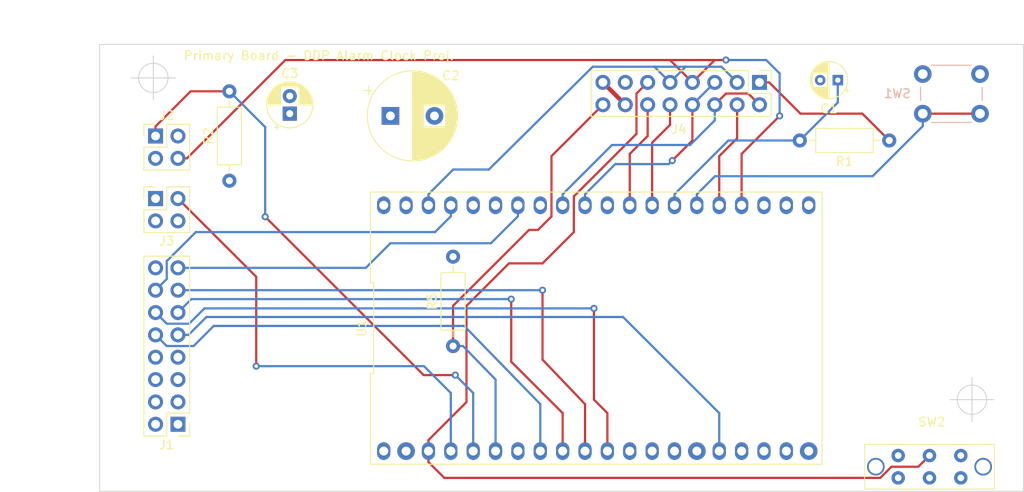
<source format=kicad_pcb>
(kicad_pcb (version 20171130) (host pcbnew "(5.1.5)-3")
  (layers (0 F.Cu signal) (1 Power power) (2 GND power) (31 B.Cu signal) (34 B.Paste user) (35 F.Paste user) (36 B.SilkS user) (37 F.SilkS user) (38 B.Mask user) (39 F.Mask user) (44 Edge.Cuts user))
  (net 0 "")
  (net 1 /T_IRQ)
  (net 2 GND)
  (net 3 +5V)
  (net 4 +3V3)
  (net 5 /LED_CTRL)
  (net 6 /AUDIO_SD)
  (net 7 /AUDIO_DIN)
  (net 8 /AUDIO_LRC)
  (net 9 /AUDIO_BCLK)
  (net 10 /I2C_SCL)
  (net 11 /I2C_SDA)
  (net 12 /SNOOZE_SWITCH)
  (net 13 /DIMMING)
  (net 14 /VOLUME_SIG)
  (net 15 /LIGHT_SENSE)
  (net 16 /CS)
  (net 17 /RESET)
  (net 18 /DC)
  (net 19 /MOSI)
  (net 20 /SCK)
  (net 21 /MISO)
  (net 22 /T_CS)
  (net 23 "Net-(SW1-Pad1)")
  (net 24 "Net-(SW2-Pad1)")
  (net 25 "Net-(U1-Pad0)")
  (net 26 "Net-(U1-Pad35)")
  (net 27 "Net-(U1-Pad34)")
  (net 28 "Net-(U1-Pad6)")
  (net 29 "Net-(U1-Pad29)")
  (net 30 "Net-(U1-Pad11)")
  (net 31 "Net-(U1-Pad12)")
  (net 32 "Net-(U1-Pad13)")
  (net 33 "Net-(U1-Pad16)")
  (net 34 "Net-(U1-Pad22)")
  (net 35 "Net-(U1-Pad17)")
  (net 36 "Net-(U1-Pad21)")
  (net 37 "Net-(U1-Pad18)")
  (net 38 "Net-(U1-Pad20)")
  (net 39 "Net-(C1-Pad1)")
  (module AlarmClock:SW_SK22H03_2P2T_RA (layer F.Cu) (at 160.528 91.186)
    (fp_text reference SW2 (at 7.62 -7.62) (layer F.SilkS))
    (fp_text value SW_SPDT_POWER)
    (pad "" np_thru_hole circle (at 13.462 -2.54) (size 2 2) (drill 1.6) (layers *.Cu *.Mask))
    (pad "" np_thru_hole circle (at 1.27 -2.54) (size 2 2) (drill 1.6) (layers *.Cu *.Mask))
    (pad 2 thru_hole circle (at 7.366 -3.81) (size 1.524 1.524) (drill 0.762) (layers *.Cu *.Mask) (net 17 /RESET))
    (pad 3 thru_hole circle (at 10.922 -3.81) (size 1.524 1.524) (drill 0.762) (layers *.Cu *.Mask) (net 2 GND))
    (pad 1 thru_hole circle (at 3.81 -3.81) (size 1.524 1.524) (drill 0.762) (layers *.Cu *.Mask) (net 24 "Net-(SW2-Pad1)"))
    (pad 6 thru_hole circle (at 10.922 -1.27) (size 1.524 1.524) (drill 0.762) (layers *.Cu *.Mask))
    (pad 5 thru_hole circle (at 7.366 -1.27) (size 1.524 1.524) (drill 0.762) (layers *.Cu *.Mask))
    (pad 4 thru_hole circle (at 3.81 -1.27) (size 1.524 1.524) (drill 0.762) (layers *.Cu *.Mask))
  )
  (module AlarmClock:ESP32_DEV_BOARD (layer F.Cu) (at 130.048 72.898)
    (fp_text reference U1 (at -26.63 0 90) (layer F.SilkS))
    (fp_text value ESP32-Dev-Board)
    (pad 19 thru_hole circle (at 24.13 13.97) (size 2 2) (drill 1.02) (layers *.Cu *.Mask) (net 3 +5V))
    (pad 20 thru_hole oval (at 24.13 -13.97) (size 1.5 2) (drill 1.02) (layers *.Cu *.Mask) (net 38 "Net-(U1-Pad20)"))
    (pad 18 thru_hole oval (at 21.59 13.97) (size 1.5 2) (drill 1.02) (layers *.Cu *.Mask) (net 37 "Net-(U1-Pad18)"))
    (pad 21 thru_hole oval (at 21.59 -13.97) (size 1.5 2) (drill 1.02) (layers *.Cu *.Mask) (net 36 "Net-(U1-Pad21)"))
    (pad 17 thru_hole oval (at 19.05 13.97) (size 1.5 2) (drill 1.02) (layers *.Cu *.Mask) (net 35 "Net-(U1-Pad17)"))
    (pad 22 thru_hole oval (at 19.05 -13.97) (size 1.5 2) (drill 1.02) (layers *.Cu *.Mask) (net 34 "Net-(U1-Pad22)"))
    (pad 16 thru_hole oval (at 16.51 13.97) (size 1.5 2) (drill 1.02) (layers *.Cu *.Mask) (net 33 "Net-(U1-Pad16)"))
    (pad 23 thru_hole oval (at 16.51 -13.97) (size 1.5 2) (drill 1.02) (layers *.Cu *.Mask) (net 13 /DIMMING))
    (pad 15 thru_hole oval (at 13.97 13.97) (size 1.5 2) (drill 1.02) (layers *.Cu *.Mask) (net 5 /LED_CTRL))
    (pad 24 thru_hole oval (at 13.97 -13.97) (size 1.5 2) (drill 1.02) (layers *.Cu *.Mask) (net 22 /T_CS))
    (pad 14 thru_hole circle (at 11.43 13.97) (size 2 2) (drill 1.02) (layers *.Cu *.Mask) (net 2 GND))
    (pad 25 thru_hole oval (at 11.43 -13.97) (size 1.5 2) (drill 1.02) (layers *.Cu *.Mask) (net 23 "Net-(SW1-Pad1)"))
    (pad 13 thru_hole oval (at 8.89 13.97) (size 1.5 2) (drill 1.02) (layers *.Cu *.Mask) (net 32 "Net-(U1-Pad13)"))
    (pad 26 thru_hole oval (at 8.89 -13.97) (size 1.5 2) (drill 1.02) (layers *.Cu *.Mask) (net 39 "Net-(C1-Pad1)"))
    (pad 12 thru_hole oval (at 6.35 13.97) (size 1.5 2) (drill 1.02) (layers *.Cu *.Mask) (net 31 "Net-(U1-Pad12)"))
    (pad 27 thru_hole oval (at 6.35 -13.97) (size 1.5 2) (drill 1.02) (layers *.Cu *.Mask) (net 18 /DC))
    (pad 11 thru_hole oval (at 3.81 13.97) (size 1.5 2) (drill 1.02) (layers *.Cu *.Mask) (net 30 "Net-(U1-Pad11)"))
    (pad 28 thru_hole oval (at 3.81 -13.97) (size 1.5 2) (drill 1.02) (layers *.Cu *.Mask) (net 16 /CS))
    (pad 10 thru_hole oval (at 1.27 13.97) (size 1.5 2) (drill 1.02) (layers *.Cu *.Mask) (net 8 /AUDIO_LRC))
    (pad 29 thru_hole oval (at 1.27 -13.97) (size 1.5 2) (drill 1.02) (layers *.Cu *.Mask) (net 29 "Net-(U1-Pad29)"))
    (pad 9 thru_hole oval (at -1.27 13.97) (size 1.5 2) (drill 1.02) (layers *.Cu *.Mask) (net 9 /AUDIO_BCLK))
    (pad 30 thru_hole oval (at -1.27 -13.97) (size 1.5 2) (drill 1.02) (layers *.Cu *.Mask) (net 20 /SCK))
    (pad 8 thru_hole oval (at -3.81 13.97) (size 1.5 2) (drill 1.02) (layers *.Cu *.Mask) (net 7 /AUDIO_DIN))
    (pad 31 thru_hole oval (at -3.81 -13.97) (size 1.5 2) (drill 1.02) (layers *.Cu *.Mask) (net 21 /MISO))
    (pad 7 thru_hole oval (at -6.35 13.97) (size 1.5 2) (drill 1.02) (layers *.Cu *.Mask) (net 6 /AUDIO_SD))
    (pad 32 thru_hole oval (at -6.35 -13.97) (size 1.5 2) (drill 1.02) (layers *.Cu *.Mask) (net 2 GND))
    (pad 6 thru_hole oval (at -8.89 13.97) (size 1.5 2) (drill 1.02) (layers *.Cu *.Mask) (net 28 "Net-(U1-Pad6)"))
    (pad 33 thru_hole oval (at -8.89 -13.97) (size 1.5 2) (drill 1.02) (layers *.Cu *.Mask) (net 11 /I2C_SDA))
    (pad 5 thru_hole oval (at -11.43 13.97) (size 1.5 2) (drill 1.02) (layers *.Cu *.Mask) (net 15 /LIGHT_SENSE))
    (pad 34 thru_hole oval (at -11.43 -13.97) (size 1.5 2) (drill 1.02) (layers *.Cu *.Mask) (net 27 "Net-(U1-Pad34)"))
    (pad 4 thru_hole oval (at -13.97 13.97) (size 1.5 2) (drill 1.02) (layers *.Cu *.Mask) (net 12 /SNOOZE_SWITCH))
    (pad 35 thru_hole oval (at -13.97 -13.97) (size 1.5 2) (drill 1.02) (layers *.Cu *.Mask) (net 26 "Net-(U1-Pad35)"))
    (pad 3 thru_hole oval (at -16.51 13.97) (size 1.5 2) (drill 1.02) (layers *.Cu *.Mask) (net 14 /VOLUME_SIG))
    (pad 36 thru_hole oval (at -16.51 -13.97) (size 1.5 2) (drill 1.02) (layers *.Cu *.Mask) (net 10 /I2C_SCL))
    (pad 2 thru_hole oval (at -19.05 13.97) (size 1.5 2) (drill 1.02) (layers *.Cu *.Mask) (net 17 /RESET))
    (pad 37 thru_hole oval (at -19.05 -13.97) (size 1.5 2) (drill 1.02) (layers *.Cu *.Mask) (net 19 /MOSI))
    (pad 1 thru_hole circle (at -21.59 13.97) (size 2 2) (drill 1.02) (layers *.Cu *.Mask) (net 4 +3V3))
    (pad 38 thru_hole oval (at -21.59 -13.97) (size 1.5 2) (drill 1.02) (layers *.Cu *.Mask) (net 2 GND))
    (pad 0 thru_hole oval (at -24.13 13.97) (size 1.5 2) (drill 1.02) (layers *.Cu *.Mask) (net 25 "Net-(U1-Pad0)"))
    (pad 0 thru_hole oval (at -24.13 -13.97) (size 1.5 2) (drill 1.02) (layers *.Cu *.Mask) (net 25 "Net-(U1-Pad0)"))
  )
  (module Connector_PinHeader_2.54mm:PinHeader_2x08_P2.54mm_Vertical (layer F.Cu) (at 148.59 44.958 270)
    (fp_text reference J4 (at 5.334 9.144 180) (layer F.SilkS))
    (fp_text value FRONT_PNL)
    (pad 16 thru_hole oval (at 2.54 17.78 270) (size 1.7 1.7) (drill 1) (layers *.Cu *.Mask) (net 15 /LIGHT_SENSE))
    (pad 15 thru_hole oval (at 0 17.78 270) (size 1.7 1.7) (drill 1) (layers *.Cu *.Mask) (net 4 +3V3))
    (pad 14 thru_hole oval (at 2.54 15.24 270) (size 1.7 1.7) (drill 1) (layers *.Cu *.Mask) (net 4 +3V3))
    (pad 13 thru_hole oval (at 0 15.24 270) (size 1.7 1.7) (drill 1) (layers *.Cu *.Mask) (net 2 GND))
    (pad 12 thru_hole oval (at 2.54 12.7 270) (size 1.7 1.7) (drill 1) (layers *.Cu *.Mask) (net 16 /CS))
    (pad 11 thru_hole oval (at 0 12.7 270) (size 1.7 1.7) (drill 1) (layers *.Cu *.Mask) (net 17 /RESET))
    (pad 10 thru_hole oval (at 2.54 10.16 270) (size 1.7 1.7) (drill 1) (layers *.Cu *.Mask) (net 18 /DC))
    (pad 9 thru_hole oval (at 0 10.16 270) (size 1.7 1.7) (drill 1) (layers *.Cu *.Mask) (net 19 /MOSI))
    (pad 8 thru_hole oval (at 2.54 7.62 270) (size 1.7 1.7) (drill 1) (layers *.Cu *.Mask) (net 20 /SCK))
    (pad 7 thru_hole oval (at 0 7.62 270) (size 1.7 1.7) (drill 1) (layers *.Cu *.Mask) (net 13 /DIMMING))
    (pad 6 thru_hole oval (at 2.54 5.08 270) (size 1.7 1.7) (drill 1) (layers *.Cu *.Mask) (net 21 /MISO))
    (pad 5 thru_hole oval (at 0 5.08 270) (size 1.7 1.7) (drill 1) (layers *.Cu *.Mask) (net 20 /SCK))
    (pad 4 thru_hole oval (at 2.54 2.54 270) (size 1.7 1.7) (drill 1) (layers *.Cu *.Mask) (net 22 /T_CS))
    (pad 3 thru_hole oval (at 0 2.54 270) (size 1.7 1.7) (drill 1) (layers *.Cu *.Mask) (net 19 /MOSI))
    (pad 2 thru_hole oval (at 2.54 0 270) (size 1.7 1.7) (drill 1) (layers *.Cu *.Mask) (net 21 /MISO))
    (pad 1 thru_hole rect (at 0 0 270) (size 1.7 1.7) (drill 1) (layers *.Cu *.Mask) (net 1 /T_IRQ))
  )
  (module Connector_PinHeader_2.54mm:PinHeader_2x08_P2.54mm_Vertical (layer F.Cu) (at 82.55 83.82 180)
    (fp_text reference J1 (at 1.27 -2.33) (layer F.SilkS))
    (fp_text value Conn_to_Sec.Board)
    (pad 1 thru_hole rect (at 0 0 180) (size 1.7 1.7) (drill 1) (layers *.Cu *.Mask) (net 2 GND))
    (pad 2 thru_hole oval (at 2.54 0 180) (size 1.7 1.7) (drill 1) (layers *.Cu *.Mask) (net 2 GND))
    (pad 3 thru_hole oval (at 0 2.54 180) (size 1.7 1.7) (drill 1) (layers *.Cu *.Mask) (net 3 +5V))
    (pad 4 thru_hole oval (at 2.54 2.54 180) (size 1.7 1.7) (drill 1) (layers *.Cu *.Mask) (net 3 +5V))
    (pad 5 thru_hole oval (at 0 5.08 180) (size 1.7 1.7) (drill 1) (layers *.Cu *.Mask) (net 2 GND))
    (pad 6 thru_hole oval (at 2.54 5.08 180) (size 1.7 1.7) (drill 1) (layers *.Cu *.Mask) (net 2 GND))
    (pad 7 thru_hole oval (at 0 7.62 180) (size 1.7 1.7) (drill 1) (layers *.Cu *.Mask) (net 4 +3V3))
    (pad 8 thru_hole oval (at 2.54 7.62 180) (size 1.7 1.7) (drill 1) (layers *.Cu *.Mask) (net 4 +3V3))
    (pad 9 thru_hole oval (at 0 10.16 180) (size 1.7 1.7) (drill 1) (layers *.Cu *.Mask) (net 5 /LED_CTRL))
    (pad 10 thru_hole oval (at 2.54 10.16 180) (size 1.7 1.7) (drill 1) (layers *.Cu *.Mask) (net 6 /AUDIO_SD))
    (pad 11 thru_hole oval (at 0 12.7 180) (size 1.7 1.7) (drill 1) (layers *.Cu *.Mask) (net 7 /AUDIO_DIN))
    (pad 12 thru_hole oval (at 2.54 12.7 180) (size 1.7 1.7) (drill 1) (layers *.Cu *.Mask) (net 8 /AUDIO_LRC))
    (pad 13 thru_hole oval (at 0 15.24 180) (size 1.7 1.7) (drill 1) (layers *.Cu *.Mask) (net 9 /AUDIO_BCLK))
    (pad 14 thru_hole oval (at 2.54 15.24 180) (size 1.7 1.7) (drill 1) (layers *.Cu *.Mask) (net 10 /I2C_SCL))
    (pad 15 thru_hole oval (at 0 17.78 180) (size 1.7 1.7) (drill 1) (layers *.Cu *.Mask) (net 11 /I2C_SDA))
    (pad 16 thru_hole oval (at 2.54 17.78 180) (size 1.7 1.7) (drill 1) (layers *.Cu *.Mask))
  )
  (module Capacitor_THT:CP_Radial_D4.0mm_P2.00mm (layer F.Cu) (at 157.48 44.704 180)
    (fp_text reference C1 (at 1 -3.25) (layer F.SilkS))
    (fp_text value CP_.1Uf)
    (pad 1 thru_hole rect (at 0 0 180) (size 1.2 1.2) (drill 0.6) (layers *.Cu *.Mask) (net 39 "Net-(C1-Pad1)"))
    (pad 2 thru_hole circle (at 2 0 180) (size 1.2 1.2) (drill 0.6) (layers *.Cu *.Mask) (net 2 GND))
  )
  (module Capacitor_THT:CP_Radial_D10.0mm_P5.00mm (layer F.Cu) (at 106.68 48.768)
    (fp_text reference C2 (at 6.858 -4.572) (layer F.SilkS))
    (fp_text value CP_1000uF)
    (pad 1 thru_hole rect (at 0 0) (size 2 2) (drill 1) (layers *.Cu *.Mask) (net 3 +5V))
    (pad 2 thru_hole circle (at 5 0) (size 2 2) (drill 1) (layers *.Cu *.Mask) (net 2 GND))
  )
  (module Capacitor_THT:CP_Radial_D5.0mm_P2.00mm (layer F.Cu) (at 95.25 48.514 90)
    (fp_text reference C3 (at 4.572 0 180) (layer F.SilkS))
    (fp_text value CP_220uF)
    (pad 1 thru_hole rect (at 0 0 90) (size 1.6 1.6) (drill 0.8) (layers *.Cu *.Mask) (net 4 +3V3))
    (pad 2 thru_hole circle (at 2 0 90) (size 1.6 1.6) (drill 0.8) (layers *.Cu *.Mask) (net 2 GND))
  )
  (module Connector_PinHeader_2.54mm:PinHeader_2x02_P2.54mm_Vertical (layer F.Cu) (at 80.01 51.054)
    (fp_text reference J2 (at 1.27 -2.33) (layer F.SilkS))
    (fp_text value SNOOZE_BUTTON)
    (pad 1 thru_hole rect (at 0 0) (size 1.7 1.7) (drill 1) (layers *.Cu *.Mask) (net 12 /SNOOZE_SWITCH))
    (pad 2 thru_hole oval (at 2.54 0) (size 1.7 1.7) (drill 1) (layers *.Cu *.Mask) (net 2 GND))
    (pad 3 thru_hole oval (at 0 2.54) (size 1.7 1.7) (drill 1) (layers *.Cu *.Mask) (net 2 GND))
    (pad 4 thru_hole oval (at 2.54 2.54) (size 1.7 1.7) (drill 1) (layers *.Cu *.Mask) (net 13 /DIMMING))
  )
  (module Connector_PinHeader_2.54mm:PinHeader_2x02_P2.54mm_Vertical (layer F.Cu) (at 80.01 58.166)
    (fp_text reference J3 (at 1.27 4.826) (layer F.SilkS))
    (fp_text value Volume_Pot)
    (pad 4 thru_hole oval (at 2.54 2.54) (size 1.7 1.7) (drill 1) (layers *.Cu *.Mask))
    (pad 3 thru_hole oval (at 0 2.54) (size 1.7 1.7) (drill 1) (layers *.Cu *.Mask) (net 2 GND))
    (pad 2 thru_hole oval (at 2.54 0) (size 1.7 1.7) (drill 1) (layers *.Cu *.Mask) (net 14 /VOLUME_SIG))
    (pad 1 thru_hole rect (at 0 0) (size 1.7 1.7) (drill 1) (layers *.Cu *.Mask) (net 4 +3V3))
  )
  (module Resistor_THT:R_Axial_DIN0207_L6.3mm_D2.5mm_P10.16mm_Horizontal (layer F.Cu) (at 163.322 51.562 180)
    (fp_text reference R1 (at 5.08 -2.37) (layer F.SilkS))
    (fp_text value R_5k)
    (pad 1 thru_hole circle (at 0 0 180) (size 1.6 1.6) (drill 0.8) (layers *.Cu *.Mask) (net 1 /T_IRQ))
    (pad 2 thru_hole oval (at 10.16 0 180) (size 1.6 1.6) (drill 0.8) (layers *.Cu *.Mask) (net 39 "Net-(C1-Pad1)"))
  )
  (module Resistor_THT:R_Axial_DIN0207_L6.3mm_D2.5mm_P10.16mm_Horizontal (layer F.Cu) (at 88.392 56.134 90)
    (fp_text reference R2 (at 5.08 -2.37 90) (layer F.SilkS))
    (fp_text value R_US_5K)
    (pad 2 thru_hole oval (at 10.16 0 90) (size 1.6 1.6) (drill 0.8) (layers *.Cu *.Mask) (net 12 /SNOOZE_SWITCH))
    (pad 1 thru_hole circle (at 0 0 90) (size 1.6 1.6) (drill 0.8) (layers *.Cu *.Mask) (net 4 +3V3))
  )
  (module Resistor_THT:R_Axial_DIN0207_L6.3mm_D2.5mm_P10.16mm_Horizontal (layer F.Cu) (at 113.792 74.93 90)
    (fp_text reference R5 (at 5.08 -2.37 90) (layer F.SilkS))
    (fp_text value R_51K)
    (pad 1 thru_hole circle (at 0 0 90) (size 1.6 1.6) (drill 0.8) (layers *.Cu *.Mask) (net 15 /LIGHT_SENSE))
    (pad 2 thru_hole oval (at 10.16 0 90) (size 1.6 1.6) (drill 0.8) (layers *.Cu *.Mask) (net 2 GND))
  )
  (module Button_Switch_THT:SW_PUSH_6mm (layer B.Cu) (at 167.132 48.514)
    (fp_text reference SW1 (at -2.8956 -2.286) (layer B.SilkS) (effects (justify mirror)))
    (fp_text value SW_Push_BOOT)
    (pad 2 thru_hole circle (at 0 -4.5 270) (size 2 2) (drill 1.1) (layers *.Cu *.Mask) (net 2 GND))
    (pad 1 thru_hole circle (at 0 0 270) (size 2 2) (drill 1.1) (layers *.Cu *.Mask) (net 23 "Net-(SW1-Pad1)"))
    (pad 2 thru_hole circle (at 6.5 -4.5 270) (size 2 2) (drill 1.1) (layers *.Cu *.Mask) (net 2 GND))
    (pad 1 thru_hole circle (at 6.5 0 270) (size 2 2) (drill 1.1) (layers *.Cu *.Mask) (net 23 "Net-(SW1-Pad1)"))
  )
  (gr_text "Primary Board - DDP Alarm Clock Proj." (at 98.552 41.91) (layer F.SilkS) (effects (font (size 1 1))))
  (gr_line (start 178.562 40.64) (end 178.562 91.44) (layer Edge.Cuts) (width 0.1))
  (gr_line (start 73.66 40.64) (end 178.562 40.64) (layer Edge.Cuts) (width 0.1))
  (gr_line (start 73.66 91.44) (end 73.66 40.64) (layer Edge.Cuts) (width 0.1))
  (gr_line (start 178.562 91.44) (end 73.66 91.44) (layer Edge.Cuts) (width 0.1))
  (target plus (at 172.72 81.026) (size 5) (width 0.1) (layer Edge.Cuts))
  (target plus (at 79.756 44.45) (size 5) (width 0.1) (layer Edge.Cuts))
  (segment (start 149.69 44.958) (end 153.246 48.514) (width 0.25) (layer F.Cu) (net 1))
  (segment (start 148.59 44.958) (end 149.69 44.958) (width 0.25) (layer F.Cu) (net 1))
  (segment (start 160.274 48.514) (end 163.322 51.562) (width 0.25) (layer F.Cu) (net 1))
  (segment (start 153.246 48.514) (end 160.274 48.514) (width 0.25) (layer F.Cu) (net 1))
  (segment (start 130.81 44.958) (end 133.35 47.498) (width 0.5) (layer F.Cu) (net 4))
  (segment (start 85.784081 71.628) (end 133.096 71.628) (width 0.25) (layer B.Cu) (net 5))
  (segment (start 82.55 73.66) (end 83.752081 73.66) (width 0.25) (layer B.Cu) (net 5))
  (segment (start 83.752081 73.66) (end 85.784081 71.628) (width 0.25) (layer B.Cu) (net 5))
  (segment (start 144.018 82.55) (end 133.096 71.628) (width 0.25) (layer B.Cu) (net 5))
  (segment (start 144.018 86.868) (end 144.018 82.55) (width 0.25) (layer B.Cu) (net 5))
  (segment (start 81.28 74.93) (end 84.328 74.93) (width 0.25) (layer B.Cu) (net 6))
  (segment (start 80.01 73.66) (end 81.28 74.93) (width 0.25) (layer B.Cu) (net 6))
  (segment (start 84.328 74.93) (end 86.614 72.644) (width 0.25) (layer B.Cu) (net 6))
  (segment (start 86.614 72.644) (end 115.062 72.644) (width 0.25) (layer B.Cu) (net 6))
  (segment (start 123.698 85.618) (end 123.698 81.534) (width 0.25) (layer B.Cu) (net 6))
  (segment (start 123.698 86.868) (end 123.698 85.618) (width 0.25) (layer B.Cu) (net 6))
  (segment (start 115.062 72.644) (end 123.698 81.534) (width 0.25) (layer B.Cu) (net 6))
  (via (at 120.396 69.596012) (size 0.8) (drill 0.4) (layers F.Cu B.Cu) (net 7))
  (segment (start 84.073988 69.596012) (end 119.830315 69.596012) (width 0.25) (layer B.Cu) (net 7))
  (segment (start 119.830315 69.596012) (end 120.396 69.596012) (width 0.25) (layer B.Cu) (net 7))
  (segment (start 82.55 71.12) (end 84.073988 69.596012) (width 0.25) (layer B.Cu) (net 7))
  (segment (start 120.396 76.708) (end 120.396 69.596012) (width 0.25) (layer F.Cu) (net 7))
  (segment (start 126.238 82.55) (end 126.238 86.868) (width 0.25) (layer F.Cu) (net 7))
  (segment (start 120.396 76.708) (end 126.238 82.55) (width 0.25) (layer F.Cu) (net 7))
  (segment (start 129.793996 81.025996) (end 129.793996 70.64899) (width 0.25) (layer F.Cu) (net 8))
  (via (at 129.793996 70.64899) (size 0.8) (drill 0.4) (layers F.Cu B.Cu) (net 8))
  (segment (start 129.228311 70.64899) (end 129.793996 70.64899) (width 0.25) (layer B.Cu) (net 8))
  (segment (start 83.82 72.39) (end 85.56101 70.64899) (width 0.25) (layer B.Cu) (net 8))
  (segment (start 80.01 71.12) (end 81.28 72.39) (width 0.25) (layer B.Cu) (net 8))
  (segment (start 85.56101 70.64899) (end 129.228311 70.64899) (width 0.25) (layer B.Cu) (net 8))
  (segment (start 81.28 72.39) (end 83.82 72.39) (width 0.25) (layer B.Cu) (net 8))
  (segment (start 131.318 82.55) (end 131.318 86.868) (width 0.25) (layer F.Cu) (net 8))
  (segment (start 129.793996 81.025996) (end 131.318 82.55) (width 0.25) (layer F.Cu) (net 8))
  (via (at 123.952 68.58) (size 0.8) (drill 0.4) (layers F.Cu B.Cu) (net 9))
  (segment (start 123.952 76.474) (end 123.952 69.145685) (width 0.25) (layer F.Cu) (net 9))
  (segment (start 82.55 68.58) (end 123.952 68.58) (width 0.25) (layer B.Cu) (net 9))
  (segment (start 123.952 69.145685) (end 123.952 68.58) (width 0.25) (layer F.Cu) (net 9))
  (segment (start 128.778 86.868) (end 128.778 81.534) (width 0.25) (layer F.Cu) (net 9))
  (segment (start 128.778 81.534) (end 123.952 76.474) (width 0.25) (layer F.Cu) (net 9))
  (segment (start 113.538 60.178) (end 113.538 58.928) (width 0.25) (layer B.Cu) (net 10))
  (segment (start 80.01 68.58) (end 81.28 67.31) (width 0.25) (layer B.Cu) (net 10))
  (segment (start 81.28 67.31) (end 81.28 65.278) (width 0.25) (layer B.Cu) (net 10))
  (segment (start 81.28 65.278) (end 84.582 61.976) (width 0.25) (layer B.Cu) (net 10))
  (segment (start 111.74 61.976) (end 113.538 60.178) (width 0.25) (layer B.Cu) (net 10))
  (segment (start 84.582 61.976) (end 111.74 61.976) (width 0.25) (layer B.Cu) (net 10))
  (segment (start 82.55 66.04) (end 103.886 66.04) (width 0.25) (layer B.Cu) (net 11))
  (segment (start 103.886 66.04) (end 106.68 63.246) (width 0.25) (layer B.Cu) (net 11))
  (segment (start 121.158 60.178) (end 121.158 58.928) (width 0.25) (layer B.Cu) (net 11))
  (segment (start 118.09 63.246) (end 121.158 60.178) (width 0.25) (layer B.Cu) (net 11))
  (segment (start 115.57 63.246) (end 118.09 63.246) (width 0.25) (layer B.Cu) (net 11))
  (segment (start 106.68 63.246) (end 115.57 63.246) (width 0.25) (layer B.Cu) (net 11))
  (segment (start 80.01 49.954) (end 83.99 45.974) (width 0.25) (layer F.Cu) (net 12))
  (segment (start 87.26063 45.974) (end 88.392 45.974) (width 0.25) (layer F.Cu) (net 12))
  (segment (start 83.99 45.974) (end 87.26063 45.974) (width 0.25) (layer F.Cu) (net 12))
  (segment (start 80.01 51.054) (end 80.01 49.954) (width 0.25) (layer F.Cu) (net 12))
  (via (at 114.046 78.232) (size 0.8) (drill 0.4) (layers F.Cu B.Cu) (net 12))
  (segment (start 114.046 78.232) (end 110.45301 78.232) (width 0.25) (layer F.Cu) (net 12))
  (segment (start 92.855999 60.634989) (end 92.456 60.23499) (width 0.25) (layer F.Cu) (net 12))
  (segment (start 88.392 45.974) (end 92.456 50.038) (width 0.25) (layer B.Cu) (net 12))
  (segment (start 92.456 50.038) (end 92.456 60.23499) (width 0.25) (layer B.Cu) (net 12))
  (via (at 92.456 60.23499) (size 0.8) (drill 0.4) (layers F.Cu B.Cu) (net 12))
  (segment (start 110.45301 78.232) (end 92.855999 60.634989) (width 0.25) (layer F.Cu) (net 12))
  (segment (start 116.078 80.264) (end 114.046 78.232) (width 0.25) (layer B.Cu) (net 12))
  (segment (start 116.078 86.868) (end 116.078 80.264) (width 0.25) (layer B.Cu) (net 12))
  (via (at 150.876 48.768) (size 0.8) (drill 0.4) (layers F.Cu B.Cu) (net 13))
  (segment (start 150.876 48.768) (end 150.876 43.942) (width 0.25) (layer B.Cu) (net 13))
  (segment (start 150.876 43.942) (end 149.352 42.418) (width 0.25) (layer B.Cu) (net 13))
  (segment (start 145.345685 42.418) (end 144.78 42.418) (width 0.25) (layer B.Cu) (net 13))
  (via (at 144.78 42.418) (size 0.8) (drill 0.4) (layers F.Cu B.Cu) (net 13))
  (segment (start 149.352 42.418) (end 145.345685 42.418) (width 0.25) (layer B.Cu) (net 13))
  (segment (start 144.214315 42.418) (end 144.78 42.418) (width 0.25) (layer F.Cu) (net 13))
  (segment (start 82.55 53.594) (end 83.566 53.594) (width 0.25) (layer F.Cu) (net 13))
  (segment (start 94.742 42.418) (end 124.206 42.418) (width 0.25) (layer F.Cu) (net 13))
  (segment (start 83.566 53.594) (end 94.742 42.418) (width 0.25) (layer F.Cu) (net 13))
  (segment (start 146.558 53.086) (end 146.558 58.928) (width 0.25) (layer F.Cu) (net 13))
  (segment (start 150.876 48.768) (end 146.558 53.086) (width 0.25) (layer F.Cu) (net 13))
  (segment (start 141.819999 44.108001) (end 143.51 42.418) (width 0.25) (layer F.Cu) (net 13))
  (segment (start 140.97 44.958) (end 141.819999 44.108001) (width 0.25) (layer F.Cu) (net 13))
  (segment (start 140.97 42.418) (end 143.51 42.418) (width 0.25) (layer F.Cu) (net 13))
  (segment (start 143.51 42.418) (end 144.214315 42.418) (width 0.25) (layer F.Cu) (net 13))
  (segment (start 140.120001 44.108001) (end 138.43 42.418) (width 0.25) (layer F.Cu) (net 13))
  (segment (start 140.97 44.958) (end 140.120001 44.108001) (width 0.25) (layer F.Cu) (net 13))
  (segment (start 124.206 42.418) (end 138.43 42.418) (width 0.25) (layer F.Cu) (net 13))
  (segment (start 138.43 42.418) (end 140.97 42.418) (width 0.25) (layer F.Cu) (net 13))
  (via (at 91.44 77.216) (size 0.8) (drill 0.4) (layers F.Cu B.Cu) (net 14))
  (segment (start 91.44 67.056) (end 82.55 58.166) (width 0.25) (layer F.Cu) (net 14))
  (segment (start 91.44 77.216) (end 91.44 67.056) (width 0.25) (layer F.Cu) (net 14))
  (segment (start 110.49 77.216) (end 91.44 77.216) (width 0.25) (layer B.Cu) (net 14))
  (segment (start 113.538 86.868) (end 113.538 80.264) (width 0.25) (layer B.Cu) (net 14))
  (segment (start 113.538 80.264) (end 110.49 77.216) (width 0.25) (layer B.Cu) (net 14))
  (segment (start 114.92337 74.93) (end 113.792 74.93) (width 0.25) (layer B.Cu) (net 15))
  (segment (start 118.618 86.868) (end 118.618 85.618) (width 0.25) (layer B.Cu) (net 15))
  (segment (start 118.618 85.618) (end 118.618 78.74) (width 0.25) (layer B.Cu) (net 15))
  (segment (start 118.618 78.74) (end 114.92337 74.93) (width 0.25) (layer B.Cu) (net 15))
  (segment (start 113.792 70.358) (end 113.792 74.93) (width 0.25) (layer F.Cu) (net 15))
  (segment (start 124.968 53.34) (end 124.968 60.198) (width 0.25) (layer F.Cu) (net 15))
  (segment (start 130.81 47.498) (end 124.968 53.34) (width 0.25) (layer F.Cu) (net 15))
  (segment (start 124.968 60.198) (end 123.444 61.722) (width 0.25) (layer F.Cu) (net 15))
  (segment (start 123.444 61.722) (end 122.428 61.722) (width 0.25) (layer F.Cu) (net 15))
  (segment (start 122.428 61.722) (end 113.792 70.358) (width 0.25) (layer F.Cu) (net 15))
  (segment (start 133.858 53.086) (end 133.858 58.928) (width 0.25) (layer F.Cu) (net 16))
  (segment (start 135.89 47.498) (end 135.89 51.054) (width 0.25) (layer F.Cu) (net 16))
  (segment (start 135.89 51.054) (end 133.858 53.086) (width 0.25) (layer F.Cu) (net 16))
  (segment (start 110.998 85.618) (end 110.998 86.868) (width 0.25) (layer F.Cu) (net 17))
  (segment (start 115.316 70.358) (end 115.316 81.3) (width 0.25) (layer F.Cu) (net 17))
  (segment (start 123.952 65.532) (end 120.142 65.532) (width 0.25) (layer F.Cu) (net 17))
  (segment (start 134.62 46.228) (end 134.62 50.803853) (width 0.25) (layer F.Cu) (net 17))
  (segment (start 120.142 65.532) (end 115.316 70.358) (width 0.25) (layer F.Cu) (net 17))
  (segment (start 135.89 44.958) (end 134.62 46.228) (width 0.25) (layer F.Cu) (net 17))
  (segment (start 134.62 50.803853) (end 127.508 57.915853) (width 0.25) (layer F.Cu) (net 17))
  (segment (start 127.508 57.915853) (end 127.508 61.976) (width 0.25) (layer F.Cu) (net 17))
  (segment (start 115.316 81.3) (end 110.998 85.618) (width 0.25) (layer F.Cu) (net 17))
  (segment (start 127.508 61.976) (end 123.952 65.532) (width 0.25) (layer F.Cu) (net 17))
  (segment (start 110.998 88.118) (end 110.998 86.868) (width 0.25) (layer F.Cu) (net 17))
  (segment (start 166.624 88.646) (end 163.576 88.646) (width 0.25) (layer F.Cu) (net 17))
  (segment (start 167.894 87.376) (end 166.624 88.646) (width 0.25) (layer F.Cu) (net 17))
  (segment (start 163.576 88.646) (end 162.306 89.916) (width 0.25) (layer F.Cu) (net 17))
  (segment (start 112.796 89.916) (end 110.998 88.118) (width 0.25) (layer F.Cu) (net 17))
  (segment (start 162.306 89.916) (end 112.796 89.916) (width 0.25) (layer F.Cu) (net 17))
  (segment (start 138.43 47.498) (end 138.43 49.784) (width 0.25) (layer F.Cu) (net 18))
  (segment (start 136.398 51.816) (end 136.398 58.928) (width 0.25) (layer F.Cu) (net 18))
  (segment (start 138.43 49.784) (end 136.398 51.816) (width 0.25) (layer F.Cu) (net 18))
  (segment (start 129.649787 43.18) (end 136.652 43.18) (width 0.25) (layer B.Cu) (net 19))
  (segment (start 146.05 44.958) (end 144.272 43.18) (width 0.25) (layer B.Cu) (net 19))
  (segment (start 144.272 43.18) (end 140.208 43.18) (width 0.25) (layer B.Cu) (net 19))
  (segment (start 140.208 43.18) (end 138.43 43.18) (width 0.25) (layer B.Cu) (net 19))
  (segment (start 138.43 43.18) (end 136.652 43.18) (width 0.25) (layer B.Cu) (net 19))
  (segment (start 110.998 57.678) (end 113.812 54.864) (width 0.25) (layer B.Cu) (net 19))
  (segment (start 113.812 54.864) (end 117.856 54.864) (width 0.25) (layer B.Cu) (net 19))
  (segment (start 110.998 58.928) (end 110.998 57.678) (width 0.25) (layer B.Cu) (net 19))
  (segment (start 117.856 54.864) (end 129.649787 43.18) (width 0.25) (layer B.Cu) (net 19))
  (segment (start 138.43 44.958) (end 136.652 43.18) (width 0.25) (layer B.Cu) (net 19))
  (segment (start 139.279999 44.108001) (end 140.208 43.18) (width 0.25) (layer B.Cu) (net 19))
  (segment (start 138.43 44.958) (end 139.279999 44.108001) (width 0.25) (layer B.Cu) (net 19))
  (segment (start 141.819999 46.648001) (end 143.51 44.958) (width 0.25) (layer B.Cu) (net 20))
  (segment (start 140.97 47.498) (end 141.819999 46.648001) (width 0.25) (layer B.Cu) (net 20))
  (segment (start 140.97 51.562) (end 140.208 52.324) (width 0.25) (layer F.Cu) (net 20))
  (segment (start 140.97 47.498) (end 140.97 51.562) (width 0.25) (layer F.Cu) (net 20))
  (segment (start 140.208 52.324) (end 138.684 53.848) (width 0.25) (layer F.Cu) (net 20))
  (via (at 138.684 53.848) (size 0.8) (drill 0.4) (layers F.Cu B.Cu) (net 20))
  (segment (start 128.778 57.678) (end 128.778 58.928) (width 0.25) (layer B.Cu) (net 20))
  (segment (start 132.208001 54.247999) (end 128.778 57.678) (width 0.25) (layer B.Cu) (net 20))
  (segment (start 138.284001 54.247999) (end 132.208001 54.247999) (width 0.25) (layer B.Cu) (net 20))
  (segment (start 138.684 53.848) (end 138.284001 54.247999) (width 0.25) (layer B.Cu) (net 20))
  (segment (start 147.32 46.228) (end 147.740001 46.648001) (width 0.25) (layer F.Cu) (net 21))
  (segment (start 147.740001 46.648001) (end 148.59 47.498) (width 0.25) (layer F.Cu) (net 21))
  (segment (start 143.51 47.498) (end 144.78 46.228) (width 0.25) (layer F.Cu) (net 21))
  (segment (start 144.78 46.228) (end 147.32 46.228) (width 0.25) (layer F.Cu) (net 21))
  (segment (start 143.51 49.276) (end 143.51 47.498) (width 0.25) (layer B.Cu) (net 21))
  (segment (start 140.716 52.07) (end 143.51 49.276) (width 0.25) (layer B.Cu) (net 21))
  (segment (start 131.846 52.07) (end 140.716 52.07) (width 0.25) (layer B.Cu) (net 21))
  (segment (start 126.238 58.928) (end 126.238 57.678) (width 0.25) (layer B.Cu) (net 21))
  (segment (start 126.238 57.678) (end 131.846 52.07) (width 0.25) (layer B.Cu) (net 21))
  (segment (start 146.05 47.498) (end 146.05 51.308) (width 0.25) (layer F.Cu) (net 22))
  (segment (start 144.018 53.34) (end 144.018 58.928) (width 0.25) (layer F.Cu) (net 22))
  (segment (start 146.05 51.308) (end 144.018 53.34) (width 0.25) (layer F.Cu) (net 22))
  (segment (start 168.546213 48.514) (end 173.632 48.514) (width 0.25) (layer F.Cu) (net 23))
  (segment (start 167.132 48.514) (end 168.546213 48.514) (width 0.25) (layer F.Cu) (net 23))
  (segment (start 167.132 49.928213) (end 167.132 48.514) (width 0.25) (layer B.Cu) (net 23))
  (segment (start 161.434213 55.626) (end 167.132 49.928213) (width 0.25) (layer B.Cu) (net 23))
  (segment (start 141.478 58.928) (end 141.478 57.678) (width 0.25) (layer B.Cu) (net 23))
  (segment (start 143.53 55.626) (end 161.434213 55.626) (width 0.25) (layer B.Cu) (net 23))
  (segment (start 141.478 57.678) (end 143.53 55.626) (width 0.25) (layer B.Cu) (net 23))
  (segment (start 157.48 47.244) (end 157.48 44.704) (width 0.25) (layer B.Cu) (net 39))
  (segment (start 153.162 51.562) (end 157.48 47.244) (width 0.25) (layer B.Cu) (net 39))
  (segment (start 145.054 51.562) (end 138.938 57.678) (width 0.25) (layer B.Cu) (net 39))
  (segment (start 138.938 57.678) (end 138.938 58.928) (width 0.25) (layer B.Cu) (net 39))
  (segment (start 153.162 51.562) (end 145.054 51.562) (width 0.25) (layer B.Cu) (net 39))
)
</source>
